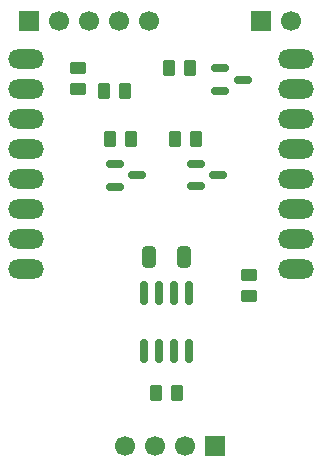
<source format=gbr>
%TF.GenerationSoftware,KiCad,Pcbnew,9.0.3-9.0.3-0~ubuntu24.04.1*%
%TF.CreationDate,2025-09-07T11:30:27-03:00*%
%TF.ProjectId,SvoCamBoardBottom,53766f43-616d-4426-9f61-7264426f7474,rev?*%
%TF.SameCoordinates,Original*%
%TF.FileFunction,Soldermask,Top*%
%TF.FilePolarity,Negative*%
%FSLAX46Y46*%
G04 Gerber Fmt 4.6, Leading zero omitted, Abs format (unit mm)*
G04 Created by KiCad (PCBNEW 9.0.3-9.0.3-0~ubuntu24.04.1) date 2025-09-07 11:30:27*
%MOMM*%
%LPD*%
G01*
G04 APERTURE LIST*
G04 Aperture macros list*
%AMRoundRect*
0 Rectangle with rounded corners*
0 $1 Rounding radius*
0 $2 $3 $4 $5 $6 $7 $8 $9 X,Y pos of 4 corners*
0 Add a 4 corners polygon primitive as box body*
4,1,4,$2,$3,$4,$5,$6,$7,$8,$9,$2,$3,0*
0 Add four circle primitives for the rounded corners*
1,1,$1+$1,$2,$3*
1,1,$1+$1,$4,$5*
1,1,$1+$1,$6,$7*
1,1,$1+$1,$8,$9*
0 Add four rect primitives between the rounded corners*
20,1,$1+$1,$2,$3,$4,$5,0*
20,1,$1+$1,$4,$5,$6,$7,0*
20,1,$1+$1,$6,$7,$8,$9,0*
20,1,$1+$1,$8,$9,$2,$3,0*%
G04 Aperture macros list end*
%ADD10RoundRect,0.250000X0.450000X-0.262500X0.450000X0.262500X-0.450000X0.262500X-0.450000X-0.262500X0*%
%ADD11RoundRect,0.150000X-0.587500X-0.150000X0.587500X-0.150000X0.587500X0.150000X-0.587500X0.150000X0*%
%ADD12RoundRect,0.250000X-0.262500X-0.450000X0.262500X-0.450000X0.262500X0.450000X-0.262500X0.450000X0*%
%ADD13R,1.700000X1.700000*%
%ADD14C,1.700000*%
%ADD15RoundRect,0.150000X-0.150000X0.825000X-0.150000X-0.825000X0.150000X-0.825000X0.150000X0.825000X0*%
%ADD16RoundRect,0.250000X-0.325000X-0.650000X0.325000X-0.650000X0.325000X0.650000X-0.325000X0.650000X0*%
%ADD17RoundRect,0.250000X0.262500X0.450000X-0.262500X0.450000X-0.262500X-0.450000X0.262500X-0.450000X0*%
%ADD18O,3.048800X1.626400*%
G04 APERTURE END LIST*
D10*
%TO.C,R1*%
X164500000Y-94325000D03*
X164500000Y-92500000D03*
%TD*%
D11*
%TO.C,Q3*%
X162062500Y-75050000D03*
X162062500Y-76950000D03*
X163937500Y-76000000D03*
%TD*%
D12*
%TO.C,R6*%
X152175000Y-77000000D03*
X154000000Y-77000000D03*
%TD*%
D13*
%TO.C,J3*%
X145840000Y-71000000D03*
D14*
X148380000Y-71000000D03*
X150920000Y-71000000D03*
X153460000Y-71000000D03*
X156000000Y-71000000D03*
%TD*%
D15*
%TO.C,U3*%
X159405000Y-94025000D03*
X158135000Y-94025000D03*
X156865000Y-94025000D03*
X155595000Y-94025000D03*
X155595000Y-98975000D03*
X156865000Y-98975000D03*
X158135000Y-98975000D03*
X159405000Y-98975000D03*
%TD*%
D12*
%TO.C,R3*%
X158175000Y-81000000D03*
X160000000Y-81000000D03*
%TD*%
D11*
%TO.C,Q1*%
X160000000Y-83100000D03*
X160000000Y-85000000D03*
X161875000Y-84050000D03*
%TD*%
D13*
%TO.C,J2*%
X161580000Y-107000000D03*
D14*
X159040000Y-107000000D03*
X156500000Y-107000000D03*
X153960000Y-107000000D03*
%TD*%
D16*
%TO.C,C1*%
X156050000Y-91000000D03*
X159000000Y-91000000D03*
%TD*%
D13*
%TO.C,J1*%
X165460000Y-71000000D03*
D14*
X168000000Y-71000000D03*
%TD*%
D17*
%TO.C,R2*%
X154500000Y-81000000D03*
X152675000Y-81000000D03*
%TD*%
D18*
%TO.C,U1*%
X145570000Y-74270000D03*
X145570000Y-76810000D03*
X145570000Y-79350000D03*
X145570000Y-81890000D03*
X145570000Y-84430000D03*
X145570000Y-86970000D03*
X145570000Y-89510000D03*
X145570000Y-92050000D03*
X168430000Y-92050000D03*
X168430000Y-89510000D03*
X168430000Y-86970000D03*
X168430000Y-84430000D03*
X168430000Y-81890000D03*
X168430000Y-79350000D03*
X168430000Y-76810000D03*
X168430000Y-74270000D03*
%TD*%
D17*
%TO.C,R5*%
X158412500Y-102500000D03*
X156587500Y-102500000D03*
%TD*%
D10*
%TO.C,R7*%
X150000000Y-76825000D03*
X150000000Y-75000000D03*
%TD*%
D12*
%TO.C,R4*%
X157675000Y-75000000D03*
X159500000Y-75000000D03*
%TD*%
D11*
%TO.C,Q2*%
X153125000Y-83150000D03*
X153125000Y-85050000D03*
X155000000Y-84100000D03*
%TD*%
M02*

</source>
